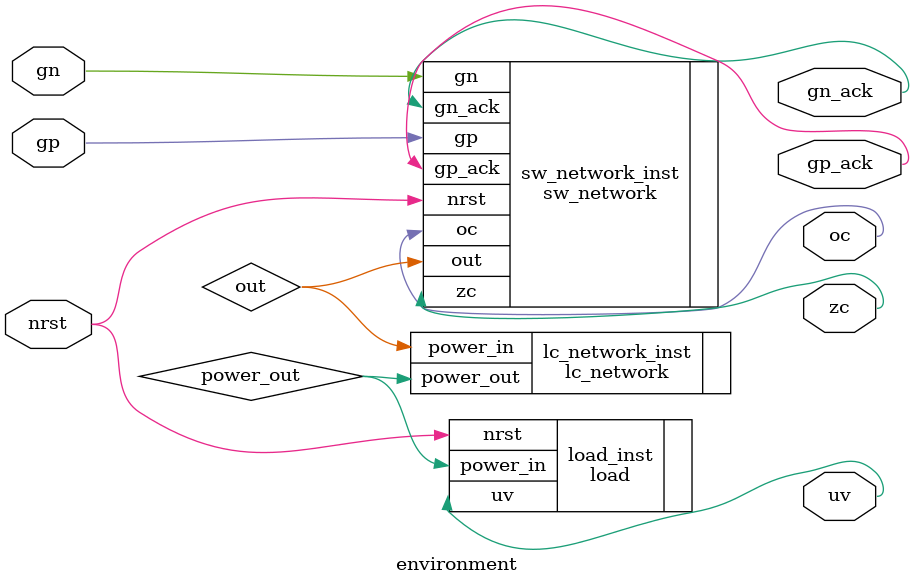
<source format=v>
/*
Environment module of buck converter: switch network, lc network and load submodules.

Authors: Vladimir Dubikhin.
*/

/*
Inputs:

Ouputs:

*/
module environment(gp, gn, gp_ack, gn_ack, oc, zc, uv, nrst);
    
    input  gp, gn;
    input nrst;
    output gp_ack, gn_ack, oc, zc;
    output uv;
        
    wire out;
    
    wire power_out;
    wire mos_n_in, mos_p_in, mos_p_voltage;
    
    //switch network
    sw_network sw_network_inst (.gp(gp), .gn(gn), .gp_ack(gp_ack), .gn_ack(gn_ack), 
                                    .oc(oc), .zc(zc), .out(out), .nrst(nrst));
    
    //lc network
    lc_network lc_network_inst(.power_in(out), .power_out(power_out));
    
    //load
    load load_inst(.power_in(power_out), .uv(uv), .nrst(nrst));

  
endmodule

</source>
